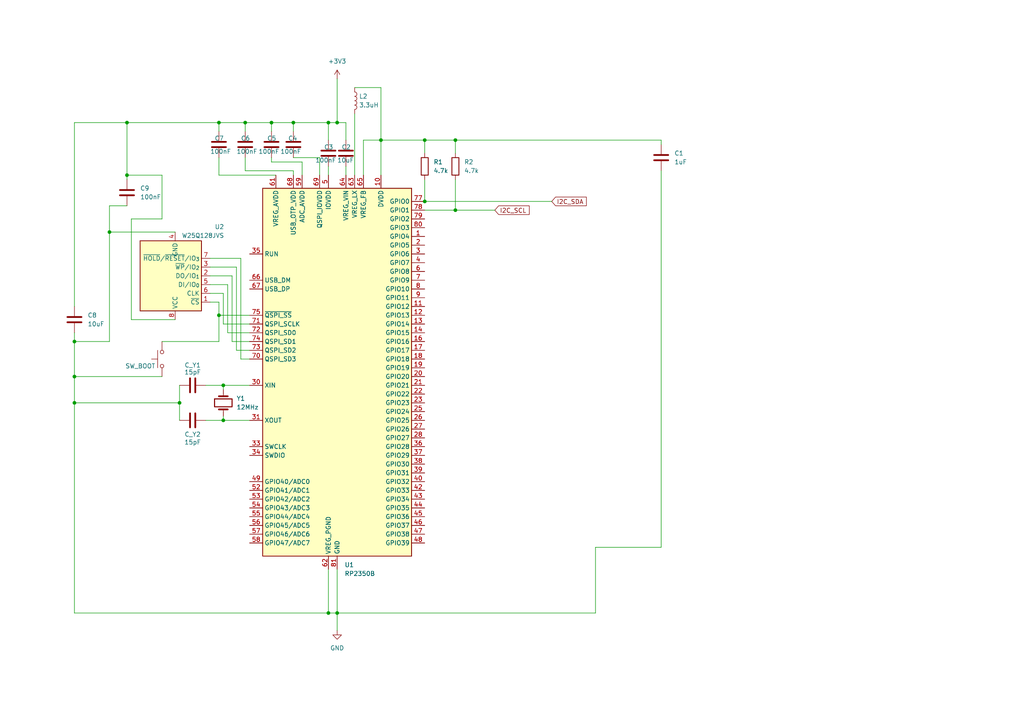
<source format=kicad_sch>
(kicad_sch (version 20250114) (generator "eeschema") (generator_version "9.0")
  (paper "A4")
  (title_block (title "MCU Electrical Schematic") (date "2026-02-07") (rev "0.1") (company "HRV DEFCON SSTV Badge"))
  (lib_symbols
    (symbol "Device:C" (pin_numbers (hide yes)) (pin_names (offset 0.254))
      (property "Reference" "C" (at 0.635 2.54 0))
      (property "Value" "C" (at 0.635 -2.54 0))
      (symbol "C_0_1"
        (polyline (pts (xy -2.032 0.762) (xy 2.032 0.762)) (stroke (width 0.508)))
        (polyline (pts (xy -2.032 -0.762) (xy 2.032 -0.762)) (stroke (width 0.508)))
      )
      (symbol "C_1_1"
        (pin passive line (at 0 3.81 270) (length 2.794) (name "~") (number "1"))
        (pin passive line (at 0 -3.81 90) (length 2.794) (name "~") (number "2"))
      )
    )
    (symbol "Device:Crystal" (pin_numbers (hide yes)) (pin_names (offset 1.016) (hide yes))
      (property "Reference" "Y" (at 0 3.81 0))
      (property "Value" "Crystal" (at 0 -3.81 0))
      (symbol "Crystal_0_1"
        (polyline (pts (xy -2.54 0) (xy -1.905 0)))
        (polyline (pts (xy -1.905 -1.27) (xy -1.905 1.27)) (stroke (width 0.508)))
        (rectangle (start -1.143 2.54) (end 1.143 -2.54) (stroke (width 0.3048)))
        (polyline (pts (xy 1.905 -1.27) (xy 1.905 1.27)) (stroke (width 0.508)))
        (polyline (pts (xy 2.54 0) (xy 1.905 0)))
      )
      (symbol "Crystal_1_1"
        (pin passive line (at -3.81 0 0) (length 1.27) (name "1") (number "1"))
        (pin passive line (at 3.81 0 180) (length 1.27) (name "2") (number "2"))
      )
    )
    (symbol "Device:L" (pin_numbers (hide yes)) (pin_names (offset 1.016) (hide yes))
      (property "Reference" "L" (at -1.27 0 90))
      (property "Value" "L" (at 1.905 0 90))
      (symbol "L_0_1"
        (arc (start 0 2.54) (mid 0.6323 1.905) (end 0 1.27))
        (arc (start 0 1.27) (mid 0.6323 0.635) (end 0 0))
        (arc (start 0 0) (mid 0.6323 -0.635) (end 0 -1.27))
        (arc (start 0 -1.27) (mid 0.6323 -1.905) (end 0 -2.54))
      )
      (symbol "L_1_1"
        (pin passive line (at 0 3.81 270) (length 1.27) (name "1") (number "1"))
        (pin passive line (at 0 -3.81 90) (length 1.27) (name "2") (number "2"))
      )
    )
    (symbol "Device:R" (pin_numbers (hide yes)) (pin_names (offset 0))
      (property "Reference" "R" (at 2.032 0 90))
      (property "Value" "R" (at 0 0 90))
      (symbol "R_0_1"
        (rectangle (start -1.016 -2.54) (end 1.016 2.54) (stroke (width 0.254)))
      )
      (symbol "R_1_1"
        (pin passive line (at 0 3.81 270) (length 1.27) (name "~") (number "1"))
        (pin passive line (at 0 -3.81 90) (length 1.27) (name "~") (number "2"))
      )
    )
    (symbol "MCU_RaspberryPi:RP2350B"
      (property "Reference" "U" (at 17.526 57.404 0))
      (property "Value" "RP2350B" (at 17.526 54.864 0))
      (symbol "RP2350B_0_1"
        (rectangle (start -21.59 52.07) (end 21.59 -54.61) (stroke (width 0.254)) (fill (type background)))
      )
      (symbol "RP2350B_1_0"
        (pin bidirectional line (at -25.4 -33.02 0) (length 3.81) (name "GPIO40/ADC0") (number "49"))
        (pin bidirectional line (at -25.4 -35.56 0) (length 3.81) (name "GPIO41/ADC1") (number "52"))
        (pin bidirectional line (at -25.4 -38.1 0) (length 3.81) (name "GPIO42/ADC2") (number "53"))
        (pin bidirectional line (at -25.4 -40.64 0) (length 3.81) (name "GPIO43/ADC3") (number "54"))
        (pin bidirectional line (at -25.4 -43.18 0) (length 3.81) (name "GPIO44/ADC4") (number "55"))
        (pin bidirectional line (at -25.4 -45.72 0) (length 3.81) (name "GPIO45/ADC5") (number "56"))
        (pin bidirectional line (at -25.4 -48.26 0) (length 3.81) (name "GPIO46/ADC6") (number "57"))
        (pin bidirectional line (at -25.4 -50.8 0) (length 3.81) (name "GPIO47/ADC7") (number "58"))
        (pin power_in line (at -17.78 55.88 270) (length 3.81) (name "VREG_AVDD") (number "61"))
        (pin power_in line (at -12.7 55.88 270) (length 3.81) (name "USB_OTP_VDD") (number "68"))
        (pin power_in line (at -5.08 55.88 270) (length 3.81) (name "QSPI_IOVDD") (number "69"))
        (pin passive line (at -2.54 55.88 270) (length 3.81) (hide yes) (name "IOVDD") (number "50"))
        (pin passive line (at -2.54 55.88 270) (length 3.81) (hide yes) (name "IOVDD") (number "60"))
        (pin passive line (at -2.54 55.88 270) (length 3.81) (hide yes) (name "IOVDD") (number "76"))
        (pin power_in line (at -2.54 -58.42 90) (length 3.81) (name "VREG_PGND") (number "62"))
        (pin power_in line (at 12.7 55.88 270) (length 3.81) (name "DVDD") (number "10"))
        (pin passive line (at 12.7 55.88 270) (length 3.81) (hide yes) (name "DVDD") (number "51"))
        (pin bidirectional line (at 25.4 -27.94 180) (length 3.81) (name "GPIO30") (number "38"))
        (pin bidirectional line (at 25.4 -30.48 180) (length 3.81) (name "GPIO31") (number "39"))
        (pin bidirectional line (at 25.4 -33.02 180) (length 3.81) (name "GPIO32") (number "40"))
        (pin bidirectional line (at 25.4 -35.56 180) (length 3.81) (name "GPIO33") (number "42"))
        (pin bidirectional line (at 25.4 -38.1 180) (length 3.81) (name "GPIO34") (number "43"))
        (pin bidirectional line (at 25.4 -40.64 180) (length 3.81) (name "GPIO35") (number "44"))
        (pin bidirectional line (at 25.4 -43.18 180) (length 3.81) (name "GPIO36") (number "45"))
        (pin bidirectional line (at 25.4 -45.72 180) (length 3.81) (name "GPIO37") (number "46"))
        (pin bidirectional line (at 25.4 -48.26 180) (length 3.81) (name "GPIO38") (number "47"))
        (pin bidirectional line (at 25.4 -50.8 180) (length 3.81) (name "GPIO39") (number "48"))
      )
      (symbol "RP2350B_1_1"
        (pin input line (at -25.4 33.02 0) (length 3.81) (name "RUN") (number "35"))
        (pin bidirectional line (at -25.4 25.4 0) (length 3.81) (name "USB_DM") (number "66"))
        (pin bidirectional line (at -25.4 22.86 0) (length 3.81) (name "USB_DP") (number "67"))
        (pin output line (at -25.4 15.24 0) (length 3.81) (name "~{QSPI_SS}") (number "75"))
        (pin output line (at -25.4 12.7 0) (length 3.81) (name "QSPI_SCLK") (number "71"))
        (pin bidirectional line (at -25.4 10.16 0) (length 3.81) (name "QSPI_SD0") (number "72"))
        (pin bidirectional line (at -25.4 7.62 0) (length 3.81) (name "QSPI_SD1") (number "74"))
        (pin bidirectional line (at -25.4 5.08 0) (length 3.81) (name "QSPI_SD2") (number "73"))
        (pin bidirectional line (at -25.4 2.54 0) (length 3.81) (name "QSPI_SD3") (number "70"))
        (pin input line (at -25.4 -5.08 0) (length 3.81) (name "XIN") (number "30"))
        (pin output line (at -25.4 -15.24 0) (length 3.81) (name "XOUT") (number "31"))
        (pin input line (at -25.4 -22.86 0) (length 3.81) (name "SWCLK") (number "33"))
        (pin bidirectional line (at -25.4 -25.4 0) (length 3.81) (name "SWDIO") (number "34"))
        (pin power_in line (at -10.16 55.88 270) (length 3.81) (name "ADC_AVDD") (number "59"))
        (pin passive line (at -2.54 55.88 270) (length 3.81) (hide yes) (name "IOVDD") (number "15"))
        (pin passive line (at -2.54 55.88 270) (length 3.81) (hide yes) (name "IOVDD") (number "24"))
        (pin passive line (at -2.54 55.88 270) (length 3.81) (hide yes) (name "IOVDD") (number "29"))
        (pin passive line (at -2.54 55.88 270) (length 3.81) (hide yes) (name "IOVDD") (number "41"))
        (pin power_in line (at -2.54 55.88 270) (length 3.81) (name "IOVDD") (number "5"))
        (pin power_in line (at 0 -58.42 90) (length 3.81) (name "GND") (number "81"))
        (pin power_in line (at 2.54 55.88 270) (length 3.81) (name "VREG_VIN") (number "64"))
        (pin power_out line (at 5.08 55.88 270) (length 3.81) (name "VREG_LX") (number "63"))
        (pin passive line (at 7.62 55.88 270) (length 3.81) (name "VREG_FB") (number "65"))
        (pin passive line (at 12.7 55.88 270) (length 3.81) (hide yes) (name "DVDD") (number "32"))
        (pin bidirectional line (at 25.4 48.26 180) (length 3.81) (name "GPIO0") (number "77"))
        (pin bidirectional line (at 25.4 45.72 180) (length 3.81) (name "GPIO1") (number "78"))
        (pin bidirectional line (at 25.4 43.18 180) (length 3.81) (name "GPIO2") (number "79"))
        (pin bidirectional line (at 25.4 40.64 180) (length 3.81) (name "GPIO3") (number "80"))
        (pin bidirectional line (at 25.4 38.1 180) (length 3.81) (name "GPIO4") (number "1"))
        (pin bidirectional line (at 25.4 35.56 180) (length 3.81) (name "GPIO5") (number "2"))
        (pin bidirectional line (at 25.4 33.02 180) (length 3.81) (name "GPIO6") (number "3"))
        (pin bidirectional line (at 25.4 30.48 180) (length 3.81) (name "GPIO7") (number "4"))
        (pin bidirectional line (at 25.4 27.94 180) (length 3.81) (name "GPIO8") (number "6"))
        (pin bidirectional line (at 25.4 25.4 180) (length 3.81) (name "GPIO9") (number "7"))
        (pin bidirectional line (at 25.4 22.86 180) (length 3.81) (name "GPIO10") (number "8"))
        (pin bidirectional line (at 25.4 20.32 180) (length 3.81) (name "GPIO11") (number "9"))
        (pin bidirectional line (at 25.4 17.78 180) (length 3.81) (name "GPIO12") (number "11"))
        (pin bidirectional line (at 25.4 15.24 180) (length 3.81) (name "GPIO13") (number "12"))
        (pin bidirectional line (at 25.4 12.7 180) (length 3.81) (name "GPIO14") (number "13"))
        (pin bidirectional line (at 25.4 10.16 180) (length 3.81) (name "GPIO15") (number "14"))
        (pin bidirectional line (at 25.4 7.62 180) (length 3.81) (name "GPIO16") (number "16"))
        (pin bidirectional line (at 25.4 5.08 180) (length 3.81) (name "GPIO17") (number "17"))
        (pin bidirectional line (at 25.4 2.54 180) (length 3.81) (name "GPIO18") (number "18"))
        (pin bidirectional line (at 25.4 0 180) (length 3.81) (name "GPIO19") (number "19"))
        (pin bidirectional line (at 25.4 -2.54 180) (length 3.81) (name "GPIO20") (number "20"))
        (pin bidirectional line (at 25.4 -5.08 180) (length 3.81) (name "GPIO21") (number "21"))
        (pin bidirectional line (at 25.4 -7.62 180) (length 3.81) (name "GPIO22") (number "22"))
        (pin bidirectional line (at 25.4 -10.16 180) (length 3.81) (name "GPIO23") (number "23"))
        (pin bidirectional line (at 25.4 -12.7 180) (length 3.81) (name "GPIO24") (number "25"))
        (pin bidirectional line (at 25.4 -15.24 180) (length 3.81) (name "GPIO25") (number "26"))
        (pin bidirectional line (at 25.4 -17.78 180) (length 3.81) (name "GPIO26") (number "27"))
        (pin bidirectional line (at 25.4 -20.32 180) (length 3.81) (name "GPIO27") (number "28"))
        (pin bidirectional line (at 25.4 -22.86 180) (length 3.81) (name "GPIO28") (number "36"))
        (pin bidirectional line (at 25.4 -25.4 180) (length 3.81) (name "GPIO29") (number "37"))
      )
    )
    (symbol "Memory_Flash:W25Q128JVS"
      (property "Reference" "U" (at -6.35 11.43 0))
      (property "Value" "W25Q128JVS" (at 7.62 11.43 0))
      (symbol "W25Q128JVS_0_1"
        (rectangle (start -7.62 10.16) (end 10.16 -10.16) (stroke (width 0.254)) (fill (type background)))
      )
      (symbol "W25Q128JVS_1_1"
        (pin input line (at -10.16 7.62 0) (length 2.54) (name "~{CS}") (number "1"))
        (pin input line (at -10.16 5.08 0) (length 2.54) (name "CLK") (number "6"))
        (pin bidirectional line (at -10.16 2.54 0) (length 2.54) (name "DI/IO_{0}") (number "5"))
        (pin bidirectional line (at -10.16 0 0) (length 2.54) (name "DO/IO_{1}") (number "2"))
        (pin bidirectional line (at -10.16 -2.54 0) (length 2.54) (name "~{WP}/IO_{2}") (number "3"))
        (pin bidirectional line (at -10.16 -5.08 0) (length 2.54) (name "~{HOLD}/~{RESET}/IO_{3}") (number "7"))
        (pin power_in line (at 0 12.7 270) (length 2.54) (name "VCC") (number "8"))
        (pin power_in line (at 0 -12.7 90) (length 2.54) (name "GND") (number "4"))
      )
    )
    (symbol "Switch:SW_Push" (pin_numbers (hide yes)) (pin_names (offset 1.016) (hide yes))
      (property "Reference" "SW" (at 1.27 2.54 0))
      (property "Value" "SW_Push" (at 0 -1.524 0))
      (symbol "SW_Push_0_1"
        (circle (center -2.032 0) (radius 0.508))
        (polyline (pts (xy 0 1.27) (xy 0 3.048)))
        (circle (center 2.032 0) (radius 0.508))
        (polyline (pts (xy 2.54 1.27) (xy -2.54 1.27)))
        (pin passive line (at -5.08 0 0) (length 2.54) (name "1") (number "1"))
        (pin passive line (at 5.08 0 180) (length 2.54) (name "2") (number "2"))
      )
    )
    (symbol "power:+3V3" (power) (pin_numbers (hide yes)) (pin_names (offset 0) (hide yes))
      (property "Value" "+3V3" (at 0 3.556 0))
      (symbol "+3V3_0_1"
        (polyline (pts (xy -0.762 1.27) (xy 0 2.54)))
        (polyline (pts (xy 0 2.54) (xy 0.762 1.27)))
        (polyline (pts (xy 0 0) (xy 0 2.54)))
      )
      (symbol "+3V3_1_1"
        (pin power_in line (at 0 0 90) (length 0) (name "~") (number "1"))
      )
    )
    (symbol "power:GND" (power) (pin_numbers (hide yes)) (pin_names (offset 0) (hide yes))
      (property "Value" "GND" (at 0 -3.81 0))
      (symbol "GND_0_1"
        (polyline (pts (xy 0 0) (xy 0 -1.27) (xy 1.27 -1.27) (xy 0 -2.54) (xy -1.27 -1.27) (xy 0 -1.27)))
      )
      (symbol "GND_1_1"
        (pin power_in line (at 0 0 270) (length 0) (name "~") (number "1"))
      )
    )
  )
  (junction (at 36.83 50.8))
  (junction (at 97.79 35.56))
  (junction (at 132.08 40.64))
  (junction (at 21.59 99.06))
  (junction (at 71.12 35.56))
  (junction (at 21.59 109.22))
  (junction (at 63.5 91.44))
  (junction (at 63.5 35.56))
  (junction (at 52.07 116.84))
  (junction (at 97.79 177.8))
  (junction (at 64.77 121.92))
  (junction (at 95.25 177.8))
  (junction (at 36.83 35.56))
  (junction (at 31.75 67.31))
  (junction (at 110.49 40.64))
  (junction (at 132.08 60.96))
  (junction (at 78.74 35.56))
  (junction (at 95.25 35.56))
  (junction (at 123.19 40.64))
  (junction (at 123.19 58.42))
  (junction (at 85.09 35.56))
  (junction (at 64.77 111.76))
  (junction (at 21.59 116.84))
  (wire (pts (xy 172.72 158.75) (xy 191.77 158.75)))
  (wire (pts (xy 72.39 93.98) (xy 64.77 93.98)))
  (wire (pts (xy 31.75 67.31) (xy 31.75 99.06)))
  (wire (pts (xy 172.72 177.8) (xy 172.72 158.75)))
  (wire (pts (xy 46.99 63.5) (xy 46.99 50.8)))
  (wire (pts (xy 71.12 35.56) (xy 78.74 35.56)))
  (wire (pts (xy 97.79 182.88) (xy 97.79 177.8)))
  (wire (pts (xy 123.19 52.07) (xy 123.19 58.42)))
  (wire (pts (xy 87.63 50.8) (xy 87.63 46.99)))
  (wire (pts (xy 60.96 74.93) (xy 69.85 74.93)))
  (wire (pts (xy 46.99 50.8) (xy 36.83 50.8)))
  (wire (pts (xy 110.49 50.8) (xy 110.49 40.64)))
  (wire (pts (xy 21.59 96.52) (xy 21.59 99.06)))
  (wire (pts (xy 100.33 40.64) (xy 100.33 35.56)))
  (wire (pts (xy 36.83 35.56) (xy 36.83 50.8)))
  (wire (pts (xy 36.83 59.69) (xy 31.75 59.69)))
  (wire (pts (xy 21.59 177.8) (xy 95.25 177.8)))
  (wire (pts (xy 64.77 111.76) (xy 64.77 113.03)))
  (wire (pts (xy 21.59 109.22) (xy 46.99 109.22)))
  (wire (pts (xy 92.71 50.8) (xy 92.71 45.72)))
  (wire (pts (xy 66.04 82.55) (xy 66.04 96.52)))
  (wire (pts (xy 60.96 80.01) (xy 67.31 80.01)))
  (wire (pts (xy 78.74 46.99) (xy 87.63 46.99)))
  (wire (pts (xy 191.77 49.53) (xy 191.77 158.75)))
  (wire (pts (xy 97.79 22.86) (xy 97.79 35.56)))
  (wire (pts (xy 31.75 67.31) (xy 50.8 67.31)))
  (wire (pts (xy 38.1 63.5) (xy 46.99 63.5)))
  (wire (pts (xy 60.96 85.09) (xy 64.77 85.09)))
  (wire (pts (xy 85.09 49.53) (xy 71.12 49.53)))
  (wire (pts (xy 66.04 96.52) (xy 72.39 96.52)))
  (wire (pts (xy 123.19 40.64) (xy 132.08 40.64)))
  (wire (pts (xy 59.69 111.76) (xy 64.77 111.76)))
  (wire (pts (xy 52.07 116.84) (xy 52.07 121.92)))
  (wire (pts (xy 95.25 35.56) (xy 95.25 40.64)))
  (wire (pts (xy 95.25 177.8) (xy 97.79 177.8)))
  (wire (pts (xy 100.33 35.56) (xy 97.79 35.56)))
  (wire (pts (xy 63.5 87.63) (xy 63.5 91.44)))
  (wire (pts (xy 132.08 40.64) (xy 132.08 44.45)))
  (wire (pts (xy 85.09 49.53) (xy 85.09 50.8)))
  (wire (pts (xy 36.83 35.56) (xy 63.5 35.56)))
  (wire (pts (xy 191.77 40.64) (xy 191.77 41.91)))
  (wire (pts (xy 132.08 40.64) (xy 191.77 40.64)))
  (wire (pts (xy 72.39 111.76) (xy 64.77 111.76)))
  (wire (pts (xy 63.5 50.8) (xy 80.01 50.8)))
  (wire (pts (xy 110.49 25.4) (xy 110.49 40.64)))
  (wire (pts (xy 100.33 48.26) (xy 100.33 50.8)))
  (wire (pts (xy 78.74 35.56) (xy 85.09 35.56)))
  (wire (pts (xy 21.59 109.22) (xy 21.59 116.84)))
  (wire (pts (xy 63.5 38.1) (xy 63.5 35.56)))
  (wire (pts (xy 132.08 52.07) (xy 132.08 60.96)))
  (wire (pts (xy 36.83 50.8) (xy 36.83 52.07)))
  (wire (pts (xy 95.25 48.26) (xy 95.25 50.8)))
  (wire (pts (xy 110.49 40.64) (xy 123.19 40.64)))
  (wire (pts (xy 69.85 104.14) (xy 72.39 104.14)))
  (wire (pts (xy 60.96 82.55) (xy 66.04 82.55)))
  (wire (pts (xy 31.75 99.06) (xy 21.59 99.06)))
  (wire (pts (xy 105.41 50.8) (xy 105.41 40.64)))
  (wire (pts (xy 69.85 74.93) (xy 69.85 104.14)))
  (wire (pts (xy 68.58 101.6) (xy 72.39 101.6)))
  (wire (pts (xy 95.25 165.1) (xy 95.25 177.8)))
  (wire (pts (xy 64.77 121.92) (xy 64.77 120.65)))
  (wire (pts (xy 52.07 111.76) (xy 52.07 116.84)))
  (wire (pts (xy 78.74 45.72) (xy 78.74 46.99)))
  (wire (pts (xy 21.59 88.9) (xy 21.59 35.56)))
  (wire (pts (xy 97.79 177.8) (xy 172.72 177.8)))
  (wire (pts (xy 60.96 87.63) (xy 63.5 87.63)))
  (wire (pts (xy 132.08 60.96) (xy 143.51 60.96)))
  (wire (pts (xy 123.19 40.64) (xy 123.19 44.45)))
  (wire (pts (xy 85.09 35.56) (xy 95.25 35.56)))
  (wire (pts (xy 95.25 35.56) (xy 97.79 35.56)))
  (wire (pts (xy 105.41 40.64) (xy 110.49 40.64)))
  (wire (pts (xy 72.39 121.92) (xy 64.77 121.92)))
  (wire (pts (xy 97.79 165.1) (xy 97.79 177.8)))
  (wire (pts (xy 71.12 38.1) (xy 71.12 35.56)))
  (wire (pts (xy 78.74 35.56) (xy 78.74 38.1)))
  (wire (pts (xy 21.59 99.06) (xy 21.59 109.22)))
  (wire (pts (xy 21.59 35.56) (xy 36.83 35.56)))
  (wire (pts (xy 63.5 99.06) (xy 63.5 91.44)))
  (wire (pts (xy 123.19 60.96) (xy 132.08 60.96)))
  (wire (pts (xy 102.87 25.4) (xy 110.49 25.4)))
  (wire (pts (xy 46.99 99.06) (xy 63.5 99.06)))
  (wire (pts (xy 102.87 50.8) (xy 102.87 33.02)))
  (wire (pts (xy 21.59 116.84) (xy 21.59 177.8)))
  (wire (pts (xy 21.59 116.84) (xy 52.07 116.84)))
  (wire (pts (xy 67.31 99.06) (xy 72.39 99.06)))
  (wire (pts (xy 71.12 49.53) (xy 71.12 45.72)))
  (wire (pts (xy 63.5 35.56) (xy 71.12 35.56)))
  (wire (pts (xy 38.1 92.71) (xy 50.8 92.71)))
  (wire (pts (xy 38.1 92.71) (xy 38.1 63.5)))
  (wire (pts (xy 64.77 93.98) (xy 64.77 85.09)))
  (wire (pts (xy 63.5 45.72) (xy 63.5 50.8)))
  (wire (pts (xy 68.58 77.47) (xy 68.58 101.6)))
  (wire (pts (xy 63.5 91.44) (xy 72.39 91.44)))
  (wire (pts (xy 92.71 45.72) (xy 85.09 45.72)))
  (wire (pts (xy 123.19 58.42) (xy 160.02 58.42)))
  (wire (pts (xy 67.31 80.01) (xy 67.31 99.06)))
  (wire (pts (xy 31.75 59.69) (xy 31.75 67.31)))
  (wire (pts (xy 59.69 121.92) (xy 64.77 121.92)))
  (wire (pts (xy 60.96 77.47) (xy 68.58 77.47)))
  (wire (pts (xy 85.09 35.56) (xy 85.09 38.1)))
  (global_label "I2C_SCL" (shape input) (at 143.51 60.96 0) (property "Intersheetrefs" "${INTERSHEET_REFS}" (effects (hide yes))))
  (global_label "I2C_SDA" (shape input) (at 160.02 58.42 0) (property "Intersheetrefs" "${INTERSHEET_REFS}" (effects (hide yes))))
  (symbol (lib_id "Device:R") (at 123.19 48.26 0) (unit 1)
    (property "Reference" "R1" (at 125.73 46.9899 0) (effects (justify left)))
    (property "Value" "4.7k" (at 125.73 49.5299 0) (effects (justify left)))
    (property "Description" "Resistor" (effects (hide yes)))
  )
  (symbol (lib_id "Device:C") (at 95.25 44.45 0) (unit 1)
    (property "Reference" "C3" (at 93.98 42.672 0) (effects (justify left)))
    (property "Value" "100nF" (at 91.44 46.482 0) (effects (justify left)))
    (property "Description" "Unpolarized capacitor - x6 - 100nF near each IOVDD pad" (effects (hide yes)))
  )
  (symbol (lib_id "Device:C") (at 191.77 45.72 0) (unit 1)
    (property "Reference" "C1" (at 195.58 44.4499 0) (effects (justify left)))
    (property "Value" "1uF" (at 195.58 46.9899 0) (effects (justify left)))
    (property "Description" "Unpolarized capacitor" (effects (hide yes)))
  )
  (symbol (lib_id "Device:C") (at 55.88 111.76 90) (unit 1)
    (property "Reference" "C_Y1" (at 55.88 105.918 90))
    (property "Value" "15pF" (at 55.88 107.95 90))
    (property "Description" "Unpolarized capacitor" (effects (hide yes)))
  )
  (symbol (lib_id "MCU_RaspberryPi:RP2350B") (at 97.79 106.68 0) (unit 1)
    (property "Reference" "U1" (at 99.9333 163.83 0) (effects (justify left)))
    (property "Value" "RP2350B" (at 99.9333 166.37 0) (effects (justify left)))
    (property "Footprint" "Package_DFN_QFN:QFN-80-1EP_10x10mm_P0.4mm_EP3.4x3.4mm" (effects (hide yes)))
    (property "Datasheet" "https://datasheets.raspberrypi.com/rp2350/rp2350-datasheet.pdf" (effects (hide yes)))
    (property "Description" "A microcontroller by Raspberry Pi, dual CPU architecture (ARM Cortex-M33 / RISC-V Hazard3), 150MHz, no flash, 520KB SRAM, 12 PIO state machines, VQFN-80" (effects (hide yes)))
    (property private "KLC_S4.2_DVDD" "Not a standalone power converter; internal on-chip voltage regulator for digital core supply; DVDD is the digital core power supply, should be placed next to voltage regulator output." (effects (hide yes)))
    (property private "KLC_S4.2_VREG_LX" "Should be placed next to DVDD." (effects (hide yes)))
  )
  (symbol (lib_id "Device:C") (at 63.5 41.91 0) (unit 1)
    (property "Reference" "C7" (at 62.23 40.132 0) (effects (justify left)))
    (property "Value" "100nF" (at 60.96 43.942 0) (effects (justify left)))
    (property "Description" "Unpolarized capacitor" (effects (hide yes)))
  )
  (symbol (lib_id "Device:C") (at 71.12 41.91 0) (unit 1)
    (property "Reference" "C6" (at 69.85 40.132 0) (effects (justify left)))
    (property "Value" "100nF" (at 68.58 43.942 0) (effects (justify left)))
    (property "Description" "Unpolarized capacitor" (effects (hide yes)))
  )
  (symbol (lib_id "Switch:SW_Push") (at 46.99 104.14 90) (unit 1)
    (property "Reference" "SW_BOOT" (at 36.322 106.172 90) (effects (justify right)))
    (property "Value" "SW_Push" (effects (hide yes)))
    (property "Description" "Push button switch, generic, two pins" (effects (hide yes)))
  )
  (symbol (lib_id "Device:R") (at 132.08 48.26 0) (unit 1)
    (property "Reference" "R2" (at 134.62 46.9899 0) (effects (justify left)))
    (property "Value" "4.7k" (at 134.62 49.5299 0) (effects (justify left)))
    (property "Description" "Resistor" (effects (hide yes)))
  )
  (symbol (lib_id "Device:Crystal") (at 64.77 116.84 90) (unit 1)
    (property "Reference" "Y1" (at 68.58 115.5699 90) (effects (justify right)))
    (property "Value" "12MHz" (at 68.58 118.1099 90) (effects (justify right)))
    (property "Description" "Two pin crystal" (effects (hide yes)))
  )
  (symbol (lib_id "Device:C") (at 78.74 41.91 0) (unit 1)
    (property "Reference" "C5" (at 77.47 40.132 0) (effects (justify left)))
    (property "Value" "100nF" (at 74.93 43.942 0) (effects (justify left)))
    (property "Description" "Unpolarized capacitor" (effects (hide yes)))
  )
  (symbol (lib_id "Device:L") (at 102.87 29.21 0) (unit 1)
    (property "Reference" "L2" (at 104.14 27.9399 0) (effects (justify left)))
    (property "Value" "3.3uH" (at 104.14 30.4799 0) (effects (justify left)))
    (property "Description" "Inductor" (effects (hide yes)))
  )
  (symbol (lib_id "power:+3V3") (at 97.79 22.86 0) (unit 1)
    (property "Reference" "#PWR01" (effects (hide yes)))
    (property "Value" "+3V3" (at 97.79 17.78 0))
    (property "Description" "Power symbol creates a global label with name \"+3V3\"" (effects (hide yes)))
  )
  (symbol (lib_id "power:GND") (at 97.79 182.88 0) (unit 1)
    (property "Reference" "#PWR02" (effects (hide yes)))
    (property "Value" "GND" (at 97.79 187.96 0))
    (property "Description" "Power symbol creates a global label with name \"GND\" , ground" (effects (hide yes)))
  )
  (symbol (lib_id "Device:C") (at 85.09 41.91 0) (unit 1)
    (property "Reference" "C4" (at 83.566 40.132 0) (effects (justify left)))
    (property "Value" "100nF" (at 81.28 43.942 0) (effects (justify left)))
    (property "Description" "Unpolarized capacitor" (effects (hide yes)))
  )
  (symbol (lib_id "Device:C") (at 55.88 121.92 90) (unit 1)
    (property "Reference" "C_Y2" (at 55.88 125.984 90))
    (property "Value" "15pF" (at 55.88 128.27 90))
    (property "Description" "Unpolarized capacitor" (effects (hide yes)))
  )
  (symbol (lib_id "Device:C") (at 100.33 44.45 0) (unit 1)
    (property "Reference" "C2" (at 99.06 42.672 0) (effects (justify left)))
    (property "Value" "10uF" (at 97.79 46.482 0) (effects (justify left)))
    (property "Description" "Unpolarized capacitor" (effects (hide yes)))
  )
  (symbol (lib_id "Device:C") (at 36.83 55.88 0) (unit 1)
    (property "Reference" "C9" (at 40.64 54.6099 0) (effects (justify left)))
    (property "Value" "100nF" (at 40.64 57.1499 0) (effects (justify left)))
    (property "Description" "Unpolarized capacitor" (effects (hide yes)))
  )
  (symbol (lib_id "Memory_Flash:W25Q128JVS") (at 50.8 80.01 180) (unit 1)
    (property "Reference" "U2" (at 65.024 65.786 0) (effects (justify left)))
    (property "Value" "W25Q128JVS" (at 65.024 68.326 0) (effects (justify left)))
    (property "Footprint" "Package_SO:SOIC-8_5.3x5.3mm_P1.27mm" (effects (hide yes)))
    (property "Datasheet" "https://www.winbond.com/resource-files/w25q128jv_dtr%20revc%2003272018%20plus.pdf" (effects (hide yes)))
    (property "Description" "128Mbit / 16MiB Serial Flash Memory, Standard/Dual/Quad SPI, 2.7-3.6V, SOIC-8" (effects (hide yes)))
  )
  (symbol (lib_id "Device:C") (at 21.59 92.71 0) (unit 1)
    (property "Reference" "C8" (at 25.4 91.4399 0) (effects (justify left)))
    (property "Value" "10uF" (at 25.4 93.9799 0) (effects (justify left)))
    (property "Description" "Unpolarized capacitor" (effects (hide yes)))
  )
)
</source>
